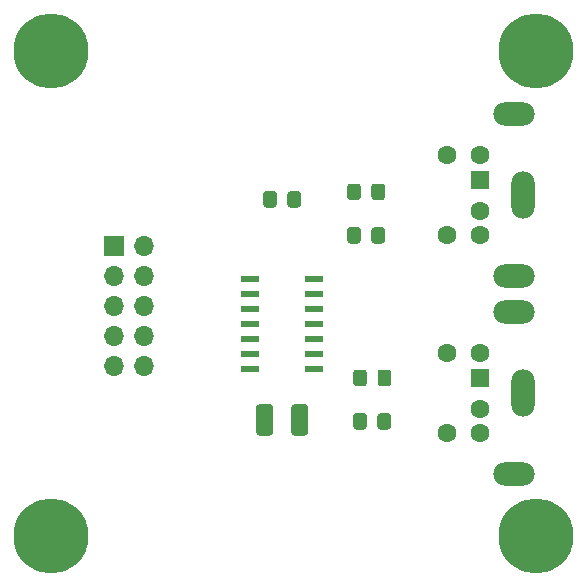
<source format=gts>
G04 #@! TF.GenerationSoftware,KiCad,Pcbnew,(5.1.10)-1*
G04 #@! TF.CreationDate,2022-01-20T17:19:38-05:00*
G04 #@! TF.ProjectId,PS2X49,50533258-3439-42e6-9b69-6361645f7063,X1*
G04 #@! TF.SameCoordinates,Original*
G04 #@! TF.FileFunction,Soldermask,Top*
G04 #@! TF.FilePolarity,Negative*
%FSLAX46Y46*%
G04 Gerber Fmt 4.6, Leading zero omitted, Abs format (unit mm)*
G04 Created by KiCad (PCBNEW (5.1.10)-1) date 2022-01-20 17:19:38*
%MOMM*%
%LPD*%
G01*
G04 APERTURE LIST*
%ADD10C,6.350000*%
%ADD11O,3.500000X2.000000*%
%ADD12R,1.600000X1.600000*%
%ADD13C,1.600000*%
%ADD14O,2.000000X4.000000*%
%ADD15R,1.700000X1.700000*%
%ADD16O,1.700000X1.700000*%
%ADD17R,1.500000X0.600000*%
G04 APERTURE END LIST*
D10*
X14000000Y-55000000D03*
X55000000Y-55000000D03*
X55000000Y-14000000D03*
X14000000Y-14000000D03*
D11*
X53142000Y-33042000D03*
X53142000Y-19342000D03*
D12*
X50292000Y-24892000D03*
D13*
X50292000Y-27492000D03*
X50292000Y-22792000D03*
X50292000Y-29592000D03*
X47492000Y-22792000D03*
X47492000Y-29592000D03*
D14*
X53942000Y-26192000D03*
X53942000Y-42956000D03*
D13*
X47492000Y-46356000D03*
X47492000Y-39556000D03*
X50292000Y-46356000D03*
X50292000Y-39556000D03*
X50292000Y-44256000D03*
D12*
X50292000Y-41656000D03*
D11*
X53142000Y-36106000D03*
X53142000Y-49806000D03*
D15*
X19304000Y-30480000D03*
D16*
X21844000Y-30480000D03*
X19304000Y-33020000D03*
X21844000Y-33020000D03*
X19304000Y-35560000D03*
X21844000Y-35560000D03*
X19304000Y-38100000D03*
X21844000Y-38100000D03*
X19304000Y-40640000D03*
X21844000Y-40640000D03*
D17*
X30828000Y-33274000D03*
X30828000Y-34544000D03*
X30828000Y-35814000D03*
X30828000Y-37084000D03*
X30828000Y-38354000D03*
X30828000Y-39624000D03*
X30828000Y-40894000D03*
X36228000Y-40894000D03*
X36228000Y-39624000D03*
X36228000Y-38354000D03*
X36228000Y-37084000D03*
X36228000Y-35814000D03*
X36228000Y-34544000D03*
X36228000Y-33274000D03*
G36*
G01*
X31328000Y-46287000D02*
X31328000Y-44137000D01*
G75*
G02*
X31578000Y-43887000I250000J0D01*
G01*
X32503000Y-43887000D01*
G75*
G02*
X32753000Y-44137000I0J-250000D01*
G01*
X32753000Y-46287000D01*
G75*
G02*
X32503000Y-46537000I-250000J0D01*
G01*
X31578000Y-46537000D01*
G75*
G02*
X31328000Y-46287000I0J250000D01*
G01*
G37*
G36*
G01*
X34303000Y-46287000D02*
X34303000Y-44137000D01*
G75*
G02*
X34553000Y-43887000I250000J0D01*
G01*
X35478000Y-43887000D01*
G75*
G02*
X35728000Y-44137000I0J-250000D01*
G01*
X35728000Y-46287000D01*
G75*
G02*
X35478000Y-46537000I-250000J0D01*
G01*
X34553000Y-46537000D01*
G75*
G02*
X34303000Y-46287000I0J250000D01*
G01*
G37*
G36*
G01*
X39040000Y-26358001D02*
X39040000Y-25457999D01*
G75*
G02*
X39289999Y-25208000I249999J0D01*
G01*
X39940001Y-25208000D01*
G75*
G02*
X40190000Y-25457999I0J-249999D01*
G01*
X40190000Y-26358001D01*
G75*
G02*
X39940001Y-26608000I-249999J0D01*
G01*
X39289999Y-26608000D01*
G75*
G02*
X39040000Y-26358001I0J249999D01*
G01*
G37*
G36*
G01*
X41090000Y-26358001D02*
X41090000Y-25457999D01*
G75*
G02*
X41339999Y-25208000I249999J0D01*
G01*
X41990001Y-25208000D01*
G75*
G02*
X42240000Y-25457999I0J-249999D01*
G01*
X42240000Y-26358001D01*
G75*
G02*
X41990001Y-26608000I-249999J0D01*
G01*
X41339999Y-26608000D01*
G75*
G02*
X41090000Y-26358001I0J249999D01*
G01*
G37*
G36*
G01*
X41090000Y-30041001D02*
X41090000Y-29140999D01*
G75*
G02*
X41339999Y-28891000I249999J0D01*
G01*
X41990001Y-28891000D01*
G75*
G02*
X42240000Y-29140999I0J-249999D01*
G01*
X42240000Y-30041001D01*
G75*
G02*
X41990001Y-30291000I-249999J0D01*
G01*
X41339999Y-30291000D01*
G75*
G02*
X41090000Y-30041001I0J249999D01*
G01*
G37*
G36*
G01*
X39040000Y-30041001D02*
X39040000Y-29140999D01*
G75*
G02*
X39289999Y-28891000I249999J0D01*
G01*
X39940001Y-28891000D01*
G75*
G02*
X40190000Y-29140999I0J-249999D01*
G01*
X40190000Y-30041001D01*
G75*
G02*
X39940001Y-30291000I-249999J0D01*
G01*
X39289999Y-30291000D01*
G75*
G02*
X39040000Y-30041001I0J249999D01*
G01*
G37*
G36*
G01*
X39557000Y-42106001D02*
X39557000Y-41205999D01*
G75*
G02*
X39806999Y-40956000I249999J0D01*
G01*
X40457001Y-40956000D01*
G75*
G02*
X40707000Y-41205999I0J-249999D01*
G01*
X40707000Y-42106001D01*
G75*
G02*
X40457001Y-42356000I-249999J0D01*
G01*
X39806999Y-42356000D01*
G75*
G02*
X39557000Y-42106001I0J249999D01*
G01*
G37*
G36*
G01*
X41607000Y-42106001D02*
X41607000Y-41205999D01*
G75*
G02*
X41856999Y-40956000I249999J0D01*
G01*
X42507001Y-40956000D01*
G75*
G02*
X42757000Y-41205999I0J-249999D01*
G01*
X42757000Y-42106001D01*
G75*
G02*
X42507001Y-42356000I-249999J0D01*
G01*
X41856999Y-42356000D01*
G75*
G02*
X41607000Y-42106001I0J249999D01*
G01*
G37*
G36*
G01*
X41598000Y-45789001D02*
X41598000Y-44888999D01*
G75*
G02*
X41847999Y-44639000I249999J0D01*
G01*
X42498001Y-44639000D01*
G75*
G02*
X42748000Y-44888999I0J-249999D01*
G01*
X42748000Y-45789001D01*
G75*
G02*
X42498001Y-46039000I-249999J0D01*
G01*
X41847999Y-46039000D01*
G75*
G02*
X41598000Y-45789001I0J249999D01*
G01*
G37*
G36*
G01*
X39548000Y-45789001D02*
X39548000Y-44888999D01*
G75*
G02*
X39797999Y-44639000I249999J0D01*
G01*
X40448001Y-44639000D01*
G75*
G02*
X40698000Y-44888999I0J-249999D01*
G01*
X40698000Y-45789001D01*
G75*
G02*
X40448001Y-46039000I-249999J0D01*
G01*
X39797999Y-46039000D01*
G75*
G02*
X39548000Y-45789001I0J249999D01*
G01*
G37*
G36*
G01*
X31928000Y-26993001D02*
X31928000Y-26092999D01*
G75*
G02*
X32177999Y-25843000I249999J0D01*
G01*
X32828001Y-25843000D01*
G75*
G02*
X33078000Y-26092999I0J-249999D01*
G01*
X33078000Y-26993001D01*
G75*
G02*
X32828001Y-27243000I-249999J0D01*
G01*
X32177999Y-27243000D01*
G75*
G02*
X31928000Y-26993001I0J249999D01*
G01*
G37*
G36*
G01*
X33978000Y-26993001D02*
X33978000Y-26092999D01*
G75*
G02*
X34227999Y-25843000I249999J0D01*
G01*
X34878001Y-25843000D01*
G75*
G02*
X35128000Y-26092999I0J-249999D01*
G01*
X35128000Y-26993001D01*
G75*
G02*
X34878001Y-27243000I-249999J0D01*
G01*
X34227999Y-27243000D01*
G75*
G02*
X33978000Y-26993001I0J249999D01*
G01*
G37*
M02*

</source>
